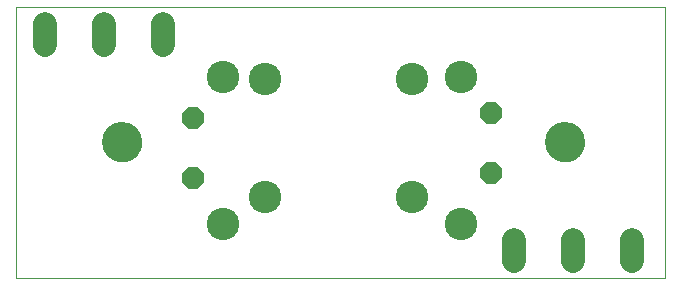
<source format=gts>
G75*
%MOIN*%
%OFA0B0*%
%FSLAX25Y25*%
%IPPOS*%
%LPD*%
%AMOC8*
5,1,8,0,0,1.08239X$1,22.5*
%
%ADD10C,0.00000*%
%ADD11C,0.13398*%
%ADD12C,0.10800*%
%ADD13OC8,0.07100*%
%ADD14C,0.07850*%
D10*
X0001587Y0008595D02*
X0001587Y0099146D01*
X0217871Y0099146D01*
X0217871Y0008595D01*
X0001587Y0008595D01*
X0030595Y0053871D02*
X0030597Y0054029D01*
X0030603Y0054187D01*
X0030613Y0054345D01*
X0030627Y0054503D01*
X0030645Y0054660D01*
X0030666Y0054817D01*
X0030692Y0054973D01*
X0030722Y0055129D01*
X0030755Y0055284D01*
X0030793Y0055437D01*
X0030834Y0055590D01*
X0030879Y0055742D01*
X0030928Y0055893D01*
X0030981Y0056042D01*
X0031037Y0056190D01*
X0031097Y0056336D01*
X0031161Y0056481D01*
X0031229Y0056624D01*
X0031300Y0056766D01*
X0031374Y0056906D01*
X0031452Y0057043D01*
X0031534Y0057179D01*
X0031618Y0057313D01*
X0031707Y0057444D01*
X0031798Y0057573D01*
X0031893Y0057700D01*
X0031990Y0057825D01*
X0032091Y0057947D01*
X0032195Y0058066D01*
X0032302Y0058183D01*
X0032412Y0058297D01*
X0032525Y0058408D01*
X0032640Y0058517D01*
X0032758Y0058622D01*
X0032879Y0058724D01*
X0033002Y0058824D01*
X0033128Y0058920D01*
X0033256Y0059013D01*
X0033386Y0059103D01*
X0033519Y0059189D01*
X0033654Y0059273D01*
X0033790Y0059352D01*
X0033929Y0059429D01*
X0034070Y0059501D01*
X0034212Y0059571D01*
X0034356Y0059636D01*
X0034502Y0059698D01*
X0034649Y0059756D01*
X0034798Y0059811D01*
X0034948Y0059862D01*
X0035099Y0059909D01*
X0035251Y0059952D01*
X0035404Y0059991D01*
X0035559Y0060027D01*
X0035714Y0060058D01*
X0035870Y0060086D01*
X0036026Y0060110D01*
X0036183Y0060130D01*
X0036341Y0060146D01*
X0036498Y0060158D01*
X0036657Y0060166D01*
X0036815Y0060170D01*
X0036973Y0060170D01*
X0037131Y0060166D01*
X0037290Y0060158D01*
X0037447Y0060146D01*
X0037605Y0060130D01*
X0037762Y0060110D01*
X0037918Y0060086D01*
X0038074Y0060058D01*
X0038229Y0060027D01*
X0038384Y0059991D01*
X0038537Y0059952D01*
X0038689Y0059909D01*
X0038840Y0059862D01*
X0038990Y0059811D01*
X0039139Y0059756D01*
X0039286Y0059698D01*
X0039432Y0059636D01*
X0039576Y0059571D01*
X0039718Y0059501D01*
X0039859Y0059429D01*
X0039998Y0059352D01*
X0040134Y0059273D01*
X0040269Y0059189D01*
X0040402Y0059103D01*
X0040532Y0059013D01*
X0040660Y0058920D01*
X0040786Y0058824D01*
X0040909Y0058724D01*
X0041030Y0058622D01*
X0041148Y0058517D01*
X0041263Y0058408D01*
X0041376Y0058297D01*
X0041486Y0058183D01*
X0041593Y0058066D01*
X0041697Y0057947D01*
X0041798Y0057825D01*
X0041895Y0057700D01*
X0041990Y0057573D01*
X0042081Y0057444D01*
X0042170Y0057313D01*
X0042254Y0057179D01*
X0042336Y0057043D01*
X0042414Y0056906D01*
X0042488Y0056766D01*
X0042559Y0056624D01*
X0042627Y0056481D01*
X0042691Y0056336D01*
X0042751Y0056190D01*
X0042807Y0056042D01*
X0042860Y0055893D01*
X0042909Y0055742D01*
X0042954Y0055590D01*
X0042995Y0055437D01*
X0043033Y0055284D01*
X0043066Y0055129D01*
X0043096Y0054973D01*
X0043122Y0054817D01*
X0043143Y0054660D01*
X0043161Y0054503D01*
X0043175Y0054345D01*
X0043185Y0054187D01*
X0043191Y0054029D01*
X0043193Y0053871D01*
X0043191Y0053713D01*
X0043185Y0053555D01*
X0043175Y0053397D01*
X0043161Y0053239D01*
X0043143Y0053082D01*
X0043122Y0052925D01*
X0043096Y0052769D01*
X0043066Y0052613D01*
X0043033Y0052458D01*
X0042995Y0052305D01*
X0042954Y0052152D01*
X0042909Y0052000D01*
X0042860Y0051849D01*
X0042807Y0051700D01*
X0042751Y0051552D01*
X0042691Y0051406D01*
X0042627Y0051261D01*
X0042559Y0051118D01*
X0042488Y0050976D01*
X0042414Y0050836D01*
X0042336Y0050699D01*
X0042254Y0050563D01*
X0042170Y0050429D01*
X0042081Y0050298D01*
X0041990Y0050169D01*
X0041895Y0050042D01*
X0041798Y0049917D01*
X0041697Y0049795D01*
X0041593Y0049676D01*
X0041486Y0049559D01*
X0041376Y0049445D01*
X0041263Y0049334D01*
X0041148Y0049225D01*
X0041030Y0049120D01*
X0040909Y0049018D01*
X0040786Y0048918D01*
X0040660Y0048822D01*
X0040532Y0048729D01*
X0040402Y0048639D01*
X0040269Y0048553D01*
X0040134Y0048469D01*
X0039998Y0048390D01*
X0039859Y0048313D01*
X0039718Y0048241D01*
X0039576Y0048171D01*
X0039432Y0048106D01*
X0039286Y0048044D01*
X0039139Y0047986D01*
X0038990Y0047931D01*
X0038840Y0047880D01*
X0038689Y0047833D01*
X0038537Y0047790D01*
X0038384Y0047751D01*
X0038229Y0047715D01*
X0038074Y0047684D01*
X0037918Y0047656D01*
X0037762Y0047632D01*
X0037605Y0047612D01*
X0037447Y0047596D01*
X0037290Y0047584D01*
X0037131Y0047576D01*
X0036973Y0047572D01*
X0036815Y0047572D01*
X0036657Y0047576D01*
X0036498Y0047584D01*
X0036341Y0047596D01*
X0036183Y0047612D01*
X0036026Y0047632D01*
X0035870Y0047656D01*
X0035714Y0047684D01*
X0035559Y0047715D01*
X0035404Y0047751D01*
X0035251Y0047790D01*
X0035099Y0047833D01*
X0034948Y0047880D01*
X0034798Y0047931D01*
X0034649Y0047986D01*
X0034502Y0048044D01*
X0034356Y0048106D01*
X0034212Y0048171D01*
X0034070Y0048241D01*
X0033929Y0048313D01*
X0033790Y0048390D01*
X0033654Y0048469D01*
X0033519Y0048553D01*
X0033386Y0048639D01*
X0033256Y0048729D01*
X0033128Y0048822D01*
X0033002Y0048918D01*
X0032879Y0049018D01*
X0032758Y0049120D01*
X0032640Y0049225D01*
X0032525Y0049334D01*
X0032412Y0049445D01*
X0032302Y0049559D01*
X0032195Y0049676D01*
X0032091Y0049795D01*
X0031990Y0049917D01*
X0031893Y0050042D01*
X0031798Y0050169D01*
X0031707Y0050298D01*
X0031618Y0050429D01*
X0031534Y0050563D01*
X0031452Y0050699D01*
X0031374Y0050836D01*
X0031300Y0050976D01*
X0031229Y0051118D01*
X0031161Y0051261D01*
X0031097Y0051406D01*
X0031037Y0051552D01*
X0030981Y0051700D01*
X0030928Y0051849D01*
X0030879Y0052000D01*
X0030834Y0052152D01*
X0030793Y0052305D01*
X0030755Y0052458D01*
X0030722Y0052613D01*
X0030692Y0052769D01*
X0030666Y0052925D01*
X0030645Y0053082D01*
X0030627Y0053239D01*
X0030613Y0053397D01*
X0030603Y0053555D01*
X0030597Y0053713D01*
X0030595Y0053871D01*
X0178233Y0053871D02*
X0178235Y0054029D01*
X0178241Y0054187D01*
X0178251Y0054345D01*
X0178265Y0054503D01*
X0178283Y0054660D01*
X0178304Y0054817D01*
X0178330Y0054973D01*
X0178360Y0055129D01*
X0178393Y0055284D01*
X0178431Y0055437D01*
X0178472Y0055590D01*
X0178517Y0055742D01*
X0178566Y0055893D01*
X0178619Y0056042D01*
X0178675Y0056190D01*
X0178735Y0056336D01*
X0178799Y0056481D01*
X0178867Y0056624D01*
X0178938Y0056766D01*
X0179012Y0056906D01*
X0179090Y0057043D01*
X0179172Y0057179D01*
X0179256Y0057313D01*
X0179345Y0057444D01*
X0179436Y0057573D01*
X0179531Y0057700D01*
X0179628Y0057825D01*
X0179729Y0057947D01*
X0179833Y0058066D01*
X0179940Y0058183D01*
X0180050Y0058297D01*
X0180163Y0058408D01*
X0180278Y0058517D01*
X0180396Y0058622D01*
X0180517Y0058724D01*
X0180640Y0058824D01*
X0180766Y0058920D01*
X0180894Y0059013D01*
X0181024Y0059103D01*
X0181157Y0059189D01*
X0181292Y0059273D01*
X0181428Y0059352D01*
X0181567Y0059429D01*
X0181708Y0059501D01*
X0181850Y0059571D01*
X0181994Y0059636D01*
X0182140Y0059698D01*
X0182287Y0059756D01*
X0182436Y0059811D01*
X0182586Y0059862D01*
X0182737Y0059909D01*
X0182889Y0059952D01*
X0183042Y0059991D01*
X0183197Y0060027D01*
X0183352Y0060058D01*
X0183508Y0060086D01*
X0183664Y0060110D01*
X0183821Y0060130D01*
X0183979Y0060146D01*
X0184136Y0060158D01*
X0184295Y0060166D01*
X0184453Y0060170D01*
X0184611Y0060170D01*
X0184769Y0060166D01*
X0184928Y0060158D01*
X0185085Y0060146D01*
X0185243Y0060130D01*
X0185400Y0060110D01*
X0185556Y0060086D01*
X0185712Y0060058D01*
X0185867Y0060027D01*
X0186022Y0059991D01*
X0186175Y0059952D01*
X0186327Y0059909D01*
X0186478Y0059862D01*
X0186628Y0059811D01*
X0186777Y0059756D01*
X0186924Y0059698D01*
X0187070Y0059636D01*
X0187214Y0059571D01*
X0187356Y0059501D01*
X0187497Y0059429D01*
X0187636Y0059352D01*
X0187772Y0059273D01*
X0187907Y0059189D01*
X0188040Y0059103D01*
X0188170Y0059013D01*
X0188298Y0058920D01*
X0188424Y0058824D01*
X0188547Y0058724D01*
X0188668Y0058622D01*
X0188786Y0058517D01*
X0188901Y0058408D01*
X0189014Y0058297D01*
X0189124Y0058183D01*
X0189231Y0058066D01*
X0189335Y0057947D01*
X0189436Y0057825D01*
X0189533Y0057700D01*
X0189628Y0057573D01*
X0189719Y0057444D01*
X0189808Y0057313D01*
X0189892Y0057179D01*
X0189974Y0057043D01*
X0190052Y0056906D01*
X0190126Y0056766D01*
X0190197Y0056624D01*
X0190265Y0056481D01*
X0190329Y0056336D01*
X0190389Y0056190D01*
X0190445Y0056042D01*
X0190498Y0055893D01*
X0190547Y0055742D01*
X0190592Y0055590D01*
X0190633Y0055437D01*
X0190671Y0055284D01*
X0190704Y0055129D01*
X0190734Y0054973D01*
X0190760Y0054817D01*
X0190781Y0054660D01*
X0190799Y0054503D01*
X0190813Y0054345D01*
X0190823Y0054187D01*
X0190829Y0054029D01*
X0190831Y0053871D01*
X0190829Y0053713D01*
X0190823Y0053555D01*
X0190813Y0053397D01*
X0190799Y0053239D01*
X0190781Y0053082D01*
X0190760Y0052925D01*
X0190734Y0052769D01*
X0190704Y0052613D01*
X0190671Y0052458D01*
X0190633Y0052305D01*
X0190592Y0052152D01*
X0190547Y0052000D01*
X0190498Y0051849D01*
X0190445Y0051700D01*
X0190389Y0051552D01*
X0190329Y0051406D01*
X0190265Y0051261D01*
X0190197Y0051118D01*
X0190126Y0050976D01*
X0190052Y0050836D01*
X0189974Y0050699D01*
X0189892Y0050563D01*
X0189808Y0050429D01*
X0189719Y0050298D01*
X0189628Y0050169D01*
X0189533Y0050042D01*
X0189436Y0049917D01*
X0189335Y0049795D01*
X0189231Y0049676D01*
X0189124Y0049559D01*
X0189014Y0049445D01*
X0188901Y0049334D01*
X0188786Y0049225D01*
X0188668Y0049120D01*
X0188547Y0049018D01*
X0188424Y0048918D01*
X0188298Y0048822D01*
X0188170Y0048729D01*
X0188040Y0048639D01*
X0187907Y0048553D01*
X0187772Y0048469D01*
X0187636Y0048390D01*
X0187497Y0048313D01*
X0187356Y0048241D01*
X0187214Y0048171D01*
X0187070Y0048106D01*
X0186924Y0048044D01*
X0186777Y0047986D01*
X0186628Y0047931D01*
X0186478Y0047880D01*
X0186327Y0047833D01*
X0186175Y0047790D01*
X0186022Y0047751D01*
X0185867Y0047715D01*
X0185712Y0047684D01*
X0185556Y0047656D01*
X0185400Y0047632D01*
X0185243Y0047612D01*
X0185085Y0047596D01*
X0184928Y0047584D01*
X0184769Y0047576D01*
X0184611Y0047572D01*
X0184453Y0047572D01*
X0184295Y0047576D01*
X0184136Y0047584D01*
X0183979Y0047596D01*
X0183821Y0047612D01*
X0183664Y0047632D01*
X0183508Y0047656D01*
X0183352Y0047684D01*
X0183197Y0047715D01*
X0183042Y0047751D01*
X0182889Y0047790D01*
X0182737Y0047833D01*
X0182586Y0047880D01*
X0182436Y0047931D01*
X0182287Y0047986D01*
X0182140Y0048044D01*
X0181994Y0048106D01*
X0181850Y0048171D01*
X0181708Y0048241D01*
X0181567Y0048313D01*
X0181428Y0048390D01*
X0181292Y0048469D01*
X0181157Y0048553D01*
X0181024Y0048639D01*
X0180894Y0048729D01*
X0180766Y0048822D01*
X0180640Y0048918D01*
X0180517Y0049018D01*
X0180396Y0049120D01*
X0180278Y0049225D01*
X0180163Y0049334D01*
X0180050Y0049445D01*
X0179940Y0049559D01*
X0179833Y0049676D01*
X0179729Y0049795D01*
X0179628Y0049917D01*
X0179531Y0050042D01*
X0179436Y0050169D01*
X0179345Y0050298D01*
X0179256Y0050429D01*
X0179172Y0050563D01*
X0179090Y0050699D01*
X0179012Y0050836D01*
X0178938Y0050976D01*
X0178867Y0051118D01*
X0178799Y0051261D01*
X0178735Y0051406D01*
X0178675Y0051552D01*
X0178619Y0051700D01*
X0178566Y0051849D01*
X0178517Y0052000D01*
X0178472Y0052152D01*
X0178431Y0052305D01*
X0178393Y0052458D01*
X0178360Y0052613D01*
X0178330Y0052769D01*
X0178304Y0052925D01*
X0178283Y0053082D01*
X0178265Y0053239D01*
X0178251Y0053397D01*
X0178241Y0053555D01*
X0178235Y0053713D01*
X0178233Y0053871D01*
D11*
X0184532Y0053871D03*
X0036894Y0053871D03*
D12*
X0070674Y0075800D03*
X0084414Y0074894D03*
X0133627Y0074894D03*
X0149808Y0075800D03*
X0133627Y0035524D03*
X0149808Y0026587D03*
X0084414Y0035524D03*
X0070674Y0026587D03*
D13*
X0060517Y0041902D03*
X0060517Y0061902D03*
X0159729Y0063635D03*
X0159729Y0043635D03*
D14*
X0167414Y0021325D02*
X0167414Y0014275D01*
X0187099Y0014275D02*
X0187099Y0021325D01*
X0206784Y0021325D02*
X0206784Y0014275D01*
X0050501Y0086322D02*
X0050501Y0093372D01*
X0030816Y0093372D02*
X0030816Y0086322D01*
X0011131Y0086322D02*
X0011131Y0093372D01*
M02*

</source>
